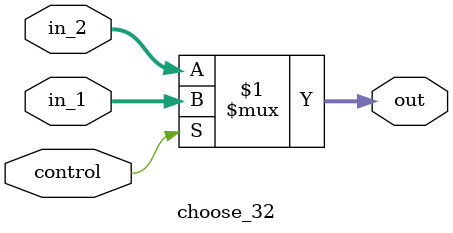
<source format=v>
`timescale 1ns / 1ps


module choose_32(
    input [31:0] in_1,
    input [31:0] in_2,
    input control,
    output [31:0] out
    );
    assign out= control ? in_1: in_2;
endmodule

</source>
